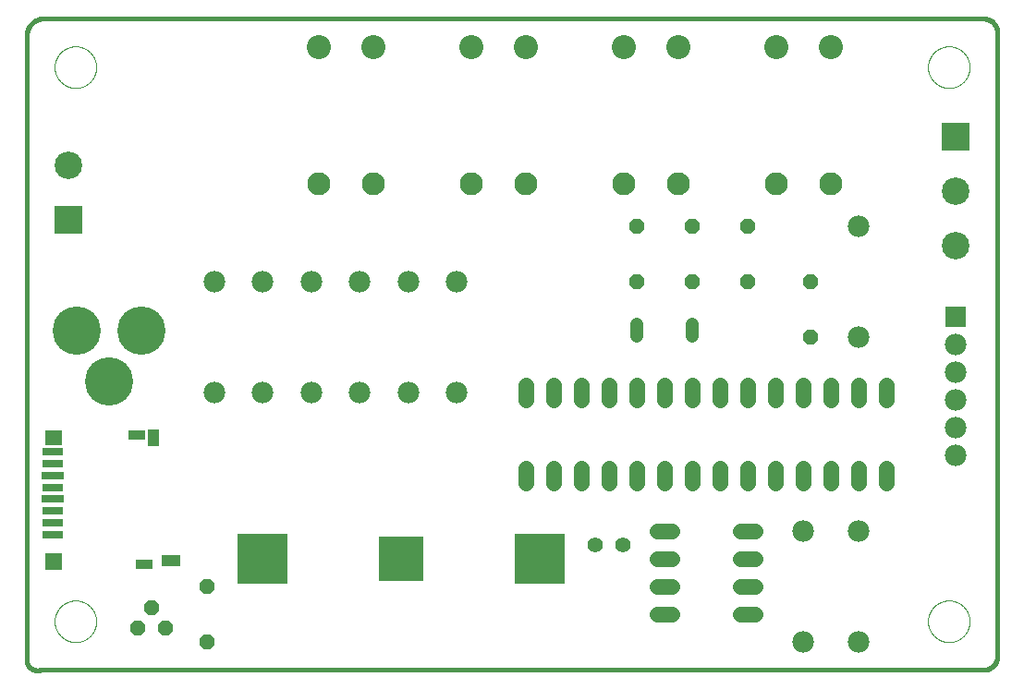
<source format=gts>
G75*
%MOIN*%
%OFA0B0*%
%FSLAX25Y25*%
%IPPOS*%
%LPD*%
%AMOC8*
5,1,8,0,0,1.08239X$1,22.5*
%
%ADD10C,0.00100*%
%ADD11C,0.01600*%
%ADD12C,0.05600*%
%ADD13C,0.04800*%
%ADD14OC8,0.05600*%
%ADD15C,0.17400*%
%ADD16R,0.16400X0.16400*%
%ADD17R,0.18400X0.18400*%
%ADD18C,0.05600*%
%ADD19C,0.07800*%
%ADD20C,0.08274*%
%ADD21C,0.08668*%
%ADD22R,0.09900X0.09900*%
%ADD23C,0.09900*%
%ADD24R,0.07800X0.07800*%
%ADD25R,0.06306X0.05912*%
%ADD26R,0.06306X0.05518*%
%ADD27R,0.07290X0.03156*%
%ADD28R,0.08400X0.03156*%
%ADD29R,0.06306X0.03550*%
%ADD30R,0.04337X0.05912*%
%ADD31R,0.05912X0.03550*%
%ADD32R,0.06502X0.04337*%
D10*
X0027500Y0019503D02*
X0027502Y0019687D01*
X0027509Y0019871D01*
X0027520Y0020055D01*
X0027536Y0020238D01*
X0027556Y0020421D01*
X0027581Y0020603D01*
X0027610Y0020785D01*
X0027644Y0020966D01*
X0027682Y0021146D01*
X0027725Y0021325D01*
X0027772Y0021503D01*
X0027823Y0021680D01*
X0027879Y0021856D01*
X0027938Y0022030D01*
X0028003Y0022202D01*
X0028071Y0022373D01*
X0028143Y0022542D01*
X0028220Y0022710D01*
X0028301Y0022875D01*
X0028386Y0023038D01*
X0028474Y0023200D01*
X0028567Y0023359D01*
X0028664Y0023515D01*
X0028764Y0023670D01*
X0028868Y0023822D01*
X0028976Y0023971D01*
X0029087Y0024117D01*
X0029202Y0024261D01*
X0029321Y0024402D01*
X0029443Y0024540D01*
X0029568Y0024675D01*
X0029697Y0024806D01*
X0029828Y0024935D01*
X0029963Y0025060D01*
X0030101Y0025182D01*
X0030242Y0025301D01*
X0030386Y0025416D01*
X0030532Y0025527D01*
X0030681Y0025635D01*
X0030833Y0025739D01*
X0030988Y0025839D01*
X0031144Y0025936D01*
X0031303Y0026029D01*
X0031465Y0026117D01*
X0031628Y0026202D01*
X0031793Y0026283D01*
X0031961Y0026360D01*
X0032130Y0026432D01*
X0032301Y0026500D01*
X0032473Y0026565D01*
X0032647Y0026624D01*
X0032823Y0026680D01*
X0033000Y0026731D01*
X0033178Y0026778D01*
X0033357Y0026821D01*
X0033537Y0026859D01*
X0033718Y0026893D01*
X0033900Y0026922D01*
X0034082Y0026947D01*
X0034265Y0026967D01*
X0034448Y0026983D01*
X0034632Y0026994D01*
X0034816Y0027001D01*
X0035000Y0027003D01*
X0035184Y0027001D01*
X0035368Y0026994D01*
X0035552Y0026983D01*
X0035735Y0026967D01*
X0035918Y0026947D01*
X0036100Y0026922D01*
X0036282Y0026893D01*
X0036463Y0026859D01*
X0036643Y0026821D01*
X0036822Y0026778D01*
X0037000Y0026731D01*
X0037177Y0026680D01*
X0037353Y0026624D01*
X0037527Y0026565D01*
X0037699Y0026500D01*
X0037870Y0026432D01*
X0038039Y0026360D01*
X0038207Y0026283D01*
X0038372Y0026202D01*
X0038535Y0026117D01*
X0038697Y0026029D01*
X0038856Y0025936D01*
X0039012Y0025839D01*
X0039167Y0025739D01*
X0039319Y0025635D01*
X0039468Y0025527D01*
X0039614Y0025416D01*
X0039758Y0025301D01*
X0039899Y0025182D01*
X0040037Y0025060D01*
X0040172Y0024935D01*
X0040303Y0024806D01*
X0040432Y0024675D01*
X0040557Y0024540D01*
X0040679Y0024402D01*
X0040798Y0024261D01*
X0040913Y0024117D01*
X0041024Y0023971D01*
X0041132Y0023822D01*
X0041236Y0023670D01*
X0041336Y0023515D01*
X0041433Y0023359D01*
X0041526Y0023200D01*
X0041614Y0023038D01*
X0041699Y0022875D01*
X0041780Y0022710D01*
X0041857Y0022542D01*
X0041929Y0022373D01*
X0041997Y0022202D01*
X0042062Y0022030D01*
X0042121Y0021856D01*
X0042177Y0021680D01*
X0042228Y0021503D01*
X0042275Y0021325D01*
X0042318Y0021146D01*
X0042356Y0020966D01*
X0042390Y0020785D01*
X0042419Y0020603D01*
X0042444Y0020421D01*
X0042464Y0020238D01*
X0042480Y0020055D01*
X0042491Y0019871D01*
X0042498Y0019687D01*
X0042500Y0019503D01*
X0042498Y0019319D01*
X0042491Y0019135D01*
X0042480Y0018951D01*
X0042464Y0018768D01*
X0042444Y0018585D01*
X0042419Y0018403D01*
X0042390Y0018221D01*
X0042356Y0018040D01*
X0042318Y0017860D01*
X0042275Y0017681D01*
X0042228Y0017503D01*
X0042177Y0017326D01*
X0042121Y0017150D01*
X0042062Y0016976D01*
X0041997Y0016804D01*
X0041929Y0016633D01*
X0041857Y0016464D01*
X0041780Y0016296D01*
X0041699Y0016131D01*
X0041614Y0015968D01*
X0041526Y0015806D01*
X0041433Y0015647D01*
X0041336Y0015491D01*
X0041236Y0015336D01*
X0041132Y0015184D01*
X0041024Y0015035D01*
X0040913Y0014889D01*
X0040798Y0014745D01*
X0040679Y0014604D01*
X0040557Y0014466D01*
X0040432Y0014331D01*
X0040303Y0014200D01*
X0040172Y0014071D01*
X0040037Y0013946D01*
X0039899Y0013824D01*
X0039758Y0013705D01*
X0039614Y0013590D01*
X0039468Y0013479D01*
X0039319Y0013371D01*
X0039167Y0013267D01*
X0039012Y0013167D01*
X0038856Y0013070D01*
X0038697Y0012977D01*
X0038535Y0012889D01*
X0038372Y0012804D01*
X0038207Y0012723D01*
X0038039Y0012646D01*
X0037870Y0012574D01*
X0037699Y0012506D01*
X0037527Y0012441D01*
X0037353Y0012382D01*
X0037177Y0012326D01*
X0037000Y0012275D01*
X0036822Y0012228D01*
X0036643Y0012185D01*
X0036463Y0012147D01*
X0036282Y0012113D01*
X0036100Y0012084D01*
X0035918Y0012059D01*
X0035735Y0012039D01*
X0035552Y0012023D01*
X0035368Y0012012D01*
X0035184Y0012005D01*
X0035000Y0012003D01*
X0034816Y0012005D01*
X0034632Y0012012D01*
X0034448Y0012023D01*
X0034265Y0012039D01*
X0034082Y0012059D01*
X0033900Y0012084D01*
X0033718Y0012113D01*
X0033537Y0012147D01*
X0033357Y0012185D01*
X0033178Y0012228D01*
X0033000Y0012275D01*
X0032823Y0012326D01*
X0032647Y0012382D01*
X0032473Y0012441D01*
X0032301Y0012506D01*
X0032130Y0012574D01*
X0031961Y0012646D01*
X0031793Y0012723D01*
X0031628Y0012804D01*
X0031465Y0012889D01*
X0031303Y0012977D01*
X0031144Y0013070D01*
X0030988Y0013167D01*
X0030833Y0013267D01*
X0030681Y0013371D01*
X0030532Y0013479D01*
X0030386Y0013590D01*
X0030242Y0013705D01*
X0030101Y0013824D01*
X0029963Y0013946D01*
X0029828Y0014071D01*
X0029697Y0014200D01*
X0029568Y0014331D01*
X0029443Y0014466D01*
X0029321Y0014604D01*
X0029202Y0014745D01*
X0029087Y0014889D01*
X0028976Y0015035D01*
X0028868Y0015184D01*
X0028764Y0015336D01*
X0028664Y0015491D01*
X0028567Y0015647D01*
X0028474Y0015806D01*
X0028386Y0015968D01*
X0028301Y0016131D01*
X0028220Y0016296D01*
X0028143Y0016464D01*
X0028071Y0016633D01*
X0028003Y0016804D01*
X0027938Y0016976D01*
X0027879Y0017150D01*
X0027823Y0017326D01*
X0027772Y0017503D01*
X0027725Y0017681D01*
X0027682Y0017860D01*
X0027644Y0018040D01*
X0027610Y0018221D01*
X0027581Y0018403D01*
X0027556Y0018585D01*
X0027536Y0018768D01*
X0027520Y0018951D01*
X0027509Y0019135D01*
X0027502Y0019319D01*
X0027500Y0019503D01*
X0027500Y0219503D02*
X0027502Y0219687D01*
X0027509Y0219871D01*
X0027520Y0220055D01*
X0027536Y0220238D01*
X0027556Y0220421D01*
X0027581Y0220603D01*
X0027610Y0220785D01*
X0027644Y0220966D01*
X0027682Y0221146D01*
X0027725Y0221325D01*
X0027772Y0221503D01*
X0027823Y0221680D01*
X0027879Y0221856D01*
X0027938Y0222030D01*
X0028003Y0222202D01*
X0028071Y0222373D01*
X0028143Y0222542D01*
X0028220Y0222710D01*
X0028301Y0222875D01*
X0028386Y0223038D01*
X0028474Y0223200D01*
X0028567Y0223359D01*
X0028664Y0223515D01*
X0028764Y0223670D01*
X0028868Y0223822D01*
X0028976Y0223971D01*
X0029087Y0224117D01*
X0029202Y0224261D01*
X0029321Y0224402D01*
X0029443Y0224540D01*
X0029568Y0224675D01*
X0029697Y0224806D01*
X0029828Y0224935D01*
X0029963Y0225060D01*
X0030101Y0225182D01*
X0030242Y0225301D01*
X0030386Y0225416D01*
X0030532Y0225527D01*
X0030681Y0225635D01*
X0030833Y0225739D01*
X0030988Y0225839D01*
X0031144Y0225936D01*
X0031303Y0226029D01*
X0031465Y0226117D01*
X0031628Y0226202D01*
X0031793Y0226283D01*
X0031961Y0226360D01*
X0032130Y0226432D01*
X0032301Y0226500D01*
X0032473Y0226565D01*
X0032647Y0226624D01*
X0032823Y0226680D01*
X0033000Y0226731D01*
X0033178Y0226778D01*
X0033357Y0226821D01*
X0033537Y0226859D01*
X0033718Y0226893D01*
X0033900Y0226922D01*
X0034082Y0226947D01*
X0034265Y0226967D01*
X0034448Y0226983D01*
X0034632Y0226994D01*
X0034816Y0227001D01*
X0035000Y0227003D01*
X0035184Y0227001D01*
X0035368Y0226994D01*
X0035552Y0226983D01*
X0035735Y0226967D01*
X0035918Y0226947D01*
X0036100Y0226922D01*
X0036282Y0226893D01*
X0036463Y0226859D01*
X0036643Y0226821D01*
X0036822Y0226778D01*
X0037000Y0226731D01*
X0037177Y0226680D01*
X0037353Y0226624D01*
X0037527Y0226565D01*
X0037699Y0226500D01*
X0037870Y0226432D01*
X0038039Y0226360D01*
X0038207Y0226283D01*
X0038372Y0226202D01*
X0038535Y0226117D01*
X0038697Y0226029D01*
X0038856Y0225936D01*
X0039012Y0225839D01*
X0039167Y0225739D01*
X0039319Y0225635D01*
X0039468Y0225527D01*
X0039614Y0225416D01*
X0039758Y0225301D01*
X0039899Y0225182D01*
X0040037Y0225060D01*
X0040172Y0224935D01*
X0040303Y0224806D01*
X0040432Y0224675D01*
X0040557Y0224540D01*
X0040679Y0224402D01*
X0040798Y0224261D01*
X0040913Y0224117D01*
X0041024Y0223971D01*
X0041132Y0223822D01*
X0041236Y0223670D01*
X0041336Y0223515D01*
X0041433Y0223359D01*
X0041526Y0223200D01*
X0041614Y0223038D01*
X0041699Y0222875D01*
X0041780Y0222710D01*
X0041857Y0222542D01*
X0041929Y0222373D01*
X0041997Y0222202D01*
X0042062Y0222030D01*
X0042121Y0221856D01*
X0042177Y0221680D01*
X0042228Y0221503D01*
X0042275Y0221325D01*
X0042318Y0221146D01*
X0042356Y0220966D01*
X0042390Y0220785D01*
X0042419Y0220603D01*
X0042444Y0220421D01*
X0042464Y0220238D01*
X0042480Y0220055D01*
X0042491Y0219871D01*
X0042498Y0219687D01*
X0042500Y0219503D01*
X0042498Y0219319D01*
X0042491Y0219135D01*
X0042480Y0218951D01*
X0042464Y0218768D01*
X0042444Y0218585D01*
X0042419Y0218403D01*
X0042390Y0218221D01*
X0042356Y0218040D01*
X0042318Y0217860D01*
X0042275Y0217681D01*
X0042228Y0217503D01*
X0042177Y0217326D01*
X0042121Y0217150D01*
X0042062Y0216976D01*
X0041997Y0216804D01*
X0041929Y0216633D01*
X0041857Y0216464D01*
X0041780Y0216296D01*
X0041699Y0216131D01*
X0041614Y0215968D01*
X0041526Y0215806D01*
X0041433Y0215647D01*
X0041336Y0215491D01*
X0041236Y0215336D01*
X0041132Y0215184D01*
X0041024Y0215035D01*
X0040913Y0214889D01*
X0040798Y0214745D01*
X0040679Y0214604D01*
X0040557Y0214466D01*
X0040432Y0214331D01*
X0040303Y0214200D01*
X0040172Y0214071D01*
X0040037Y0213946D01*
X0039899Y0213824D01*
X0039758Y0213705D01*
X0039614Y0213590D01*
X0039468Y0213479D01*
X0039319Y0213371D01*
X0039167Y0213267D01*
X0039012Y0213167D01*
X0038856Y0213070D01*
X0038697Y0212977D01*
X0038535Y0212889D01*
X0038372Y0212804D01*
X0038207Y0212723D01*
X0038039Y0212646D01*
X0037870Y0212574D01*
X0037699Y0212506D01*
X0037527Y0212441D01*
X0037353Y0212382D01*
X0037177Y0212326D01*
X0037000Y0212275D01*
X0036822Y0212228D01*
X0036643Y0212185D01*
X0036463Y0212147D01*
X0036282Y0212113D01*
X0036100Y0212084D01*
X0035918Y0212059D01*
X0035735Y0212039D01*
X0035552Y0212023D01*
X0035368Y0212012D01*
X0035184Y0212005D01*
X0035000Y0212003D01*
X0034816Y0212005D01*
X0034632Y0212012D01*
X0034448Y0212023D01*
X0034265Y0212039D01*
X0034082Y0212059D01*
X0033900Y0212084D01*
X0033718Y0212113D01*
X0033537Y0212147D01*
X0033357Y0212185D01*
X0033178Y0212228D01*
X0033000Y0212275D01*
X0032823Y0212326D01*
X0032647Y0212382D01*
X0032473Y0212441D01*
X0032301Y0212506D01*
X0032130Y0212574D01*
X0031961Y0212646D01*
X0031793Y0212723D01*
X0031628Y0212804D01*
X0031465Y0212889D01*
X0031303Y0212977D01*
X0031144Y0213070D01*
X0030988Y0213167D01*
X0030833Y0213267D01*
X0030681Y0213371D01*
X0030532Y0213479D01*
X0030386Y0213590D01*
X0030242Y0213705D01*
X0030101Y0213824D01*
X0029963Y0213946D01*
X0029828Y0214071D01*
X0029697Y0214200D01*
X0029568Y0214331D01*
X0029443Y0214466D01*
X0029321Y0214604D01*
X0029202Y0214745D01*
X0029087Y0214889D01*
X0028976Y0215035D01*
X0028868Y0215184D01*
X0028764Y0215336D01*
X0028664Y0215491D01*
X0028567Y0215647D01*
X0028474Y0215806D01*
X0028386Y0215968D01*
X0028301Y0216131D01*
X0028220Y0216296D01*
X0028143Y0216464D01*
X0028071Y0216633D01*
X0028003Y0216804D01*
X0027938Y0216976D01*
X0027879Y0217150D01*
X0027823Y0217326D01*
X0027772Y0217503D01*
X0027725Y0217681D01*
X0027682Y0217860D01*
X0027644Y0218040D01*
X0027610Y0218221D01*
X0027581Y0218403D01*
X0027556Y0218585D01*
X0027536Y0218768D01*
X0027520Y0218951D01*
X0027509Y0219135D01*
X0027502Y0219319D01*
X0027500Y0219503D01*
X0342500Y0219503D02*
X0342502Y0219687D01*
X0342509Y0219871D01*
X0342520Y0220055D01*
X0342536Y0220238D01*
X0342556Y0220421D01*
X0342581Y0220603D01*
X0342610Y0220785D01*
X0342644Y0220966D01*
X0342682Y0221146D01*
X0342725Y0221325D01*
X0342772Y0221503D01*
X0342823Y0221680D01*
X0342879Y0221856D01*
X0342938Y0222030D01*
X0343003Y0222202D01*
X0343071Y0222373D01*
X0343143Y0222542D01*
X0343220Y0222710D01*
X0343301Y0222875D01*
X0343386Y0223038D01*
X0343474Y0223200D01*
X0343567Y0223359D01*
X0343664Y0223515D01*
X0343764Y0223670D01*
X0343868Y0223822D01*
X0343976Y0223971D01*
X0344087Y0224117D01*
X0344202Y0224261D01*
X0344321Y0224402D01*
X0344443Y0224540D01*
X0344568Y0224675D01*
X0344697Y0224806D01*
X0344828Y0224935D01*
X0344963Y0225060D01*
X0345101Y0225182D01*
X0345242Y0225301D01*
X0345386Y0225416D01*
X0345532Y0225527D01*
X0345681Y0225635D01*
X0345833Y0225739D01*
X0345988Y0225839D01*
X0346144Y0225936D01*
X0346303Y0226029D01*
X0346465Y0226117D01*
X0346628Y0226202D01*
X0346793Y0226283D01*
X0346961Y0226360D01*
X0347130Y0226432D01*
X0347301Y0226500D01*
X0347473Y0226565D01*
X0347647Y0226624D01*
X0347823Y0226680D01*
X0348000Y0226731D01*
X0348178Y0226778D01*
X0348357Y0226821D01*
X0348537Y0226859D01*
X0348718Y0226893D01*
X0348900Y0226922D01*
X0349082Y0226947D01*
X0349265Y0226967D01*
X0349448Y0226983D01*
X0349632Y0226994D01*
X0349816Y0227001D01*
X0350000Y0227003D01*
X0350184Y0227001D01*
X0350368Y0226994D01*
X0350552Y0226983D01*
X0350735Y0226967D01*
X0350918Y0226947D01*
X0351100Y0226922D01*
X0351282Y0226893D01*
X0351463Y0226859D01*
X0351643Y0226821D01*
X0351822Y0226778D01*
X0352000Y0226731D01*
X0352177Y0226680D01*
X0352353Y0226624D01*
X0352527Y0226565D01*
X0352699Y0226500D01*
X0352870Y0226432D01*
X0353039Y0226360D01*
X0353207Y0226283D01*
X0353372Y0226202D01*
X0353535Y0226117D01*
X0353697Y0226029D01*
X0353856Y0225936D01*
X0354012Y0225839D01*
X0354167Y0225739D01*
X0354319Y0225635D01*
X0354468Y0225527D01*
X0354614Y0225416D01*
X0354758Y0225301D01*
X0354899Y0225182D01*
X0355037Y0225060D01*
X0355172Y0224935D01*
X0355303Y0224806D01*
X0355432Y0224675D01*
X0355557Y0224540D01*
X0355679Y0224402D01*
X0355798Y0224261D01*
X0355913Y0224117D01*
X0356024Y0223971D01*
X0356132Y0223822D01*
X0356236Y0223670D01*
X0356336Y0223515D01*
X0356433Y0223359D01*
X0356526Y0223200D01*
X0356614Y0223038D01*
X0356699Y0222875D01*
X0356780Y0222710D01*
X0356857Y0222542D01*
X0356929Y0222373D01*
X0356997Y0222202D01*
X0357062Y0222030D01*
X0357121Y0221856D01*
X0357177Y0221680D01*
X0357228Y0221503D01*
X0357275Y0221325D01*
X0357318Y0221146D01*
X0357356Y0220966D01*
X0357390Y0220785D01*
X0357419Y0220603D01*
X0357444Y0220421D01*
X0357464Y0220238D01*
X0357480Y0220055D01*
X0357491Y0219871D01*
X0357498Y0219687D01*
X0357500Y0219503D01*
X0357498Y0219319D01*
X0357491Y0219135D01*
X0357480Y0218951D01*
X0357464Y0218768D01*
X0357444Y0218585D01*
X0357419Y0218403D01*
X0357390Y0218221D01*
X0357356Y0218040D01*
X0357318Y0217860D01*
X0357275Y0217681D01*
X0357228Y0217503D01*
X0357177Y0217326D01*
X0357121Y0217150D01*
X0357062Y0216976D01*
X0356997Y0216804D01*
X0356929Y0216633D01*
X0356857Y0216464D01*
X0356780Y0216296D01*
X0356699Y0216131D01*
X0356614Y0215968D01*
X0356526Y0215806D01*
X0356433Y0215647D01*
X0356336Y0215491D01*
X0356236Y0215336D01*
X0356132Y0215184D01*
X0356024Y0215035D01*
X0355913Y0214889D01*
X0355798Y0214745D01*
X0355679Y0214604D01*
X0355557Y0214466D01*
X0355432Y0214331D01*
X0355303Y0214200D01*
X0355172Y0214071D01*
X0355037Y0213946D01*
X0354899Y0213824D01*
X0354758Y0213705D01*
X0354614Y0213590D01*
X0354468Y0213479D01*
X0354319Y0213371D01*
X0354167Y0213267D01*
X0354012Y0213167D01*
X0353856Y0213070D01*
X0353697Y0212977D01*
X0353535Y0212889D01*
X0353372Y0212804D01*
X0353207Y0212723D01*
X0353039Y0212646D01*
X0352870Y0212574D01*
X0352699Y0212506D01*
X0352527Y0212441D01*
X0352353Y0212382D01*
X0352177Y0212326D01*
X0352000Y0212275D01*
X0351822Y0212228D01*
X0351643Y0212185D01*
X0351463Y0212147D01*
X0351282Y0212113D01*
X0351100Y0212084D01*
X0350918Y0212059D01*
X0350735Y0212039D01*
X0350552Y0212023D01*
X0350368Y0212012D01*
X0350184Y0212005D01*
X0350000Y0212003D01*
X0349816Y0212005D01*
X0349632Y0212012D01*
X0349448Y0212023D01*
X0349265Y0212039D01*
X0349082Y0212059D01*
X0348900Y0212084D01*
X0348718Y0212113D01*
X0348537Y0212147D01*
X0348357Y0212185D01*
X0348178Y0212228D01*
X0348000Y0212275D01*
X0347823Y0212326D01*
X0347647Y0212382D01*
X0347473Y0212441D01*
X0347301Y0212506D01*
X0347130Y0212574D01*
X0346961Y0212646D01*
X0346793Y0212723D01*
X0346628Y0212804D01*
X0346465Y0212889D01*
X0346303Y0212977D01*
X0346144Y0213070D01*
X0345988Y0213167D01*
X0345833Y0213267D01*
X0345681Y0213371D01*
X0345532Y0213479D01*
X0345386Y0213590D01*
X0345242Y0213705D01*
X0345101Y0213824D01*
X0344963Y0213946D01*
X0344828Y0214071D01*
X0344697Y0214200D01*
X0344568Y0214331D01*
X0344443Y0214466D01*
X0344321Y0214604D01*
X0344202Y0214745D01*
X0344087Y0214889D01*
X0343976Y0215035D01*
X0343868Y0215184D01*
X0343764Y0215336D01*
X0343664Y0215491D01*
X0343567Y0215647D01*
X0343474Y0215806D01*
X0343386Y0215968D01*
X0343301Y0216131D01*
X0343220Y0216296D01*
X0343143Y0216464D01*
X0343071Y0216633D01*
X0343003Y0216804D01*
X0342938Y0216976D01*
X0342879Y0217150D01*
X0342823Y0217326D01*
X0342772Y0217503D01*
X0342725Y0217681D01*
X0342682Y0217860D01*
X0342644Y0218040D01*
X0342610Y0218221D01*
X0342581Y0218403D01*
X0342556Y0218585D01*
X0342536Y0218768D01*
X0342520Y0218951D01*
X0342509Y0219135D01*
X0342502Y0219319D01*
X0342500Y0219503D01*
X0342500Y0019503D02*
X0342502Y0019687D01*
X0342509Y0019871D01*
X0342520Y0020055D01*
X0342536Y0020238D01*
X0342556Y0020421D01*
X0342581Y0020603D01*
X0342610Y0020785D01*
X0342644Y0020966D01*
X0342682Y0021146D01*
X0342725Y0021325D01*
X0342772Y0021503D01*
X0342823Y0021680D01*
X0342879Y0021856D01*
X0342938Y0022030D01*
X0343003Y0022202D01*
X0343071Y0022373D01*
X0343143Y0022542D01*
X0343220Y0022710D01*
X0343301Y0022875D01*
X0343386Y0023038D01*
X0343474Y0023200D01*
X0343567Y0023359D01*
X0343664Y0023515D01*
X0343764Y0023670D01*
X0343868Y0023822D01*
X0343976Y0023971D01*
X0344087Y0024117D01*
X0344202Y0024261D01*
X0344321Y0024402D01*
X0344443Y0024540D01*
X0344568Y0024675D01*
X0344697Y0024806D01*
X0344828Y0024935D01*
X0344963Y0025060D01*
X0345101Y0025182D01*
X0345242Y0025301D01*
X0345386Y0025416D01*
X0345532Y0025527D01*
X0345681Y0025635D01*
X0345833Y0025739D01*
X0345988Y0025839D01*
X0346144Y0025936D01*
X0346303Y0026029D01*
X0346465Y0026117D01*
X0346628Y0026202D01*
X0346793Y0026283D01*
X0346961Y0026360D01*
X0347130Y0026432D01*
X0347301Y0026500D01*
X0347473Y0026565D01*
X0347647Y0026624D01*
X0347823Y0026680D01*
X0348000Y0026731D01*
X0348178Y0026778D01*
X0348357Y0026821D01*
X0348537Y0026859D01*
X0348718Y0026893D01*
X0348900Y0026922D01*
X0349082Y0026947D01*
X0349265Y0026967D01*
X0349448Y0026983D01*
X0349632Y0026994D01*
X0349816Y0027001D01*
X0350000Y0027003D01*
X0350184Y0027001D01*
X0350368Y0026994D01*
X0350552Y0026983D01*
X0350735Y0026967D01*
X0350918Y0026947D01*
X0351100Y0026922D01*
X0351282Y0026893D01*
X0351463Y0026859D01*
X0351643Y0026821D01*
X0351822Y0026778D01*
X0352000Y0026731D01*
X0352177Y0026680D01*
X0352353Y0026624D01*
X0352527Y0026565D01*
X0352699Y0026500D01*
X0352870Y0026432D01*
X0353039Y0026360D01*
X0353207Y0026283D01*
X0353372Y0026202D01*
X0353535Y0026117D01*
X0353697Y0026029D01*
X0353856Y0025936D01*
X0354012Y0025839D01*
X0354167Y0025739D01*
X0354319Y0025635D01*
X0354468Y0025527D01*
X0354614Y0025416D01*
X0354758Y0025301D01*
X0354899Y0025182D01*
X0355037Y0025060D01*
X0355172Y0024935D01*
X0355303Y0024806D01*
X0355432Y0024675D01*
X0355557Y0024540D01*
X0355679Y0024402D01*
X0355798Y0024261D01*
X0355913Y0024117D01*
X0356024Y0023971D01*
X0356132Y0023822D01*
X0356236Y0023670D01*
X0356336Y0023515D01*
X0356433Y0023359D01*
X0356526Y0023200D01*
X0356614Y0023038D01*
X0356699Y0022875D01*
X0356780Y0022710D01*
X0356857Y0022542D01*
X0356929Y0022373D01*
X0356997Y0022202D01*
X0357062Y0022030D01*
X0357121Y0021856D01*
X0357177Y0021680D01*
X0357228Y0021503D01*
X0357275Y0021325D01*
X0357318Y0021146D01*
X0357356Y0020966D01*
X0357390Y0020785D01*
X0357419Y0020603D01*
X0357444Y0020421D01*
X0357464Y0020238D01*
X0357480Y0020055D01*
X0357491Y0019871D01*
X0357498Y0019687D01*
X0357500Y0019503D01*
X0357498Y0019319D01*
X0357491Y0019135D01*
X0357480Y0018951D01*
X0357464Y0018768D01*
X0357444Y0018585D01*
X0357419Y0018403D01*
X0357390Y0018221D01*
X0357356Y0018040D01*
X0357318Y0017860D01*
X0357275Y0017681D01*
X0357228Y0017503D01*
X0357177Y0017326D01*
X0357121Y0017150D01*
X0357062Y0016976D01*
X0356997Y0016804D01*
X0356929Y0016633D01*
X0356857Y0016464D01*
X0356780Y0016296D01*
X0356699Y0016131D01*
X0356614Y0015968D01*
X0356526Y0015806D01*
X0356433Y0015647D01*
X0356336Y0015491D01*
X0356236Y0015336D01*
X0356132Y0015184D01*
X0356024Y0015035D01*
X0355913Y0014889D01*
X0355798Y0014745D01*
X0355679Y0014604D01*
X0355557Y0014466D01*
X0355432Y0014331D01*
X0355303Y0014200D01*
X0355172Y0014071D01*
X0355037Y0013946D01*
X0354899Y0013824D01*
X0354758Y0013705D01*
X0354614Y0013590D01*
X0354468Y0013479D01*
X0354319Y0013371D01*
X0354167Y0013267D01*
X0354012Y0013167D01*
X0353856Y0013070D01*
X0353697Y0012977D01*
X0353535Y0012889D01*
X0353372Y0012804D01*
X0353207Y0012723D01*
X0353039Y0012646D01*
X0352870Y0012574D01*
X0352699Y0012506D01*
X0352527Y0012441D01*
X0352353Y0012382D01*
X0352177Y0012326D01*
X0352000Y0012275D01*
X0351822Y0012228D01*
X0351643Y0012185D01*
X0351463Y0012147D01*
X0351282Y0012113D01*
X0351100Y0012084D01*
X0350918Y0012059D01*
X0350735Y0012039D01*
X0350552Y0012023D01*
X0350368Y0012012D01*
X0350184Y0012005D01*
X0350000Y0012003D01*
X0349816Y0012005D01*
X0349632Y0012012D01*
X0349448Y0012023D01*
X0349265Y0012039D01*
X0349082Y0012059D01*
X0348900Y0012084D01*
X0348718Y0012113D01*
X0348537Y0012147D01*
X0348357Y0012185D01*
X0348178Y0012228D01*
X0348000Y0012275D01*
X0347823Y0012326D01*
X0347647Y0012382D01*
X0347473Y0012441D01*
X0347301Y0012506D01*
X0347130Y0012574D01*
X0346961Y0012646D01*
X0346793Y0012723D01*
X0346628Y0012804D01*
X0346465Y0012889D01*
X0346303Y0012977D01*
X0346144Y0013070D01*
X0345988Y0013167D01*
X0345833Y0013267D01*
X0345681Y0013371D01*
X0345532Y0013479D01*
X0345386Y0013590D01*
X0345242Y0013705D01*
X0345101Y0013824D01*
X0344963Y0013946D01*
X0344828Y0014071D01*
X0344697Y0014200D01*
X0344568Y0014331D01*
X0344443Y0014466D01*
X0344321Y0014604D01*
X0344202Y0014745D01*
X0344087Y0014889D01*
X0343976Y0015035D01*
X0343868Y0015184D01*
X0343764Y0015336D01*
X0343664Y0015491D01*
X0343567Y0015647D01*
X0343474Y0015806D01*
X0343386Y0015968D01*
X0343301Y0016131D01*
X0343220Y0016296D01*
X0343143Y0016464D01*
X0343071Y0016633D01*
X0343003Y0016804D01*
X0342938Y0016976D01*
X0342879Y0017150D01*
X0342823Y0017326D01*
X0342772Y0017503D01*
X0342725Y0017681D01*
X0342682Y0017860D01*
X0342644Y0018040D01*
X0342610Y0018221D01*
X0342581Y0018403D01*
X0342556Y0018585D01*
X0342536Y0018768D01*
X0342520Y0018951D01*
X0342509Y0019135D01*
X0342502Y0019319D01*
X0342500Y0019503D01*
D11*
X0017500Y0004503D02*
X0017500Y0229503D01*
X0017471Y0229659D01*
X0017445Y0229816D01*
X0017424Y0229974D01*
X0017406Y0230131D01*
X0017393Y0230290D01*
X0017383Y0230448D01*
X0017378Y0230607D01*
X0017376Y0230766D01*
X0017378Y0230925D01*
X0017385Y0231084D01*
X0017395Y0231242D01*
X0017409Y0231401D01*
X0017427Y0231559D01*
X0017449Y0231716D01*
X0017475Y0231873D01*
X0017505Y0232029D01*
X0017539Y0232184D01*
X0017576Y0232339D01*
X0017618Y0232492D01*
X0017663Y0232644D01*
X0017712Y0232796D01*
X0017765Y0232945D01*
X0017821Y0233094D01*
X0017882Y0233241D01*
X0017946Y0233387D01*
X0018013Y0233530D01*
X0018084Y0233673D01*
X0018159Y0233813D01*
X0018237Y0233951D01*
X0018318Y0234088D01*
X0018403Y0234222D01*
X0018491Y0234354D01*
X0018582Y0234484D01*
X0018677Y0234612D01*
X0018775Y0234737D01*
X0018876Y0234860D01*
X0018980Y0234980D01*
X0019087Y0235098D01*
X0019196Y0235213D01*
X0019309Y0235325D01*
X0019424Y0235434D01*
X0019542Y0235541D01*
X0019663Y0235644D01*
X0019786Y0235745D01*
X0019912Y0235842D01*
X0020040Y0235936D01*
X0020170Y0236027D01*
X0020303Y0236114D01*
X0020438Y0236199D01*
X0020574Y0236280D01*
X0020713Y0236357D01*
X0020854Y0236431D01*
X0020996Y0236501D01*
X0021140Y0236568D01*
X0021286Y0236632D01*
X0021434Y0236691D01*
X0021582Y0236747D01*
X0021732Y0236799D01*
X0021884Y0236848D01*
X0022036Y0236892D01*
X0022190Y0236933D01*
X0022345Y0236970D01*
X0022500Y0237003D01*
X0362500Y0237003D01*
X0362640Y0237001D01*
X0362780Y0236995D01*
X0362920Y0236985D01*
X0363060Y0236972D01*
X0363199Y0236954D01*
X0363338Y0236932D01*
X0363475Y0236907D01*
X0363613Y0236878D01*
X0363749Y0236845D01*
X0363884Y0236808D01*
X0364018Y0236767D01*
X0364151Y0236722D01*
X0364283Y0236674D01*
X0364413Y0236622D01*
X0364542Y0236567D01*
X0364669Y0236508D01*
X0364795Y0236445D01*
X0364919Y0236379D01*
X0365040Y0236310D01*
X0365160Y0236237D01*
X0365278Y0236160D01*
X0365393Y0236081D01*
X0365507Y0235998D01*
X0365617Y0235912D01*
X0365726Y0235823D01*
X0365832Y0235731D01*
X0365935Y0235636D01*
X0366036Y0235539D01*
X0366133Y0235438D01*
X0366228Y0235335D01*
X0366320Y0235229D01*
X0366409Y0235120D01*
X0366495Y0235010D01*
X0366578Y0234896D01*
X0366657Y0234781D01*
X0366734Y0234663D01*
X0366807Y0234543D01*
X0366876Y0234422D01*
X0366942Y0234298D01*
X0367005Y0234172D01*
X0367064Y0234045D01*
X0367119Y0233916D01*
X0367171Y0233786D01*
X0367219Y0233654D01*
X0367264Y0233521D01*
X0367305Y0233387D01*
X0367342Y0233252D01*
X0367375Y0233116D01*
X0367404Y0232978D01*
X0367429Y0232841D01*
X0367451Y0232702D01*
X0367469Y0232563D01*
X0367482Y0232423D01*
X0367492Y0232283D01*
X0367498Y0232143D01*
X0367500Y0232003D01*
X0367500Y0007003D01*
X0367498Y0006863D01*
X0367492Y0006723D01*
X0367482Y0006583D01*
X0367469Y0006443D01*
X0367451Y0006304D01*
X0367429Y0006165D01*
X0367404Y0006028D01*
X0367375Y0005890D01*
X0367342Y0005754D01*
X0367305Y0005619D01*
X0367264Y0005485D01*
X0367219Y0005352D01*
X0367171Y0005220D01*
X0367119Y0005090D01*
X0367064Y0004961D01*
X0367005Y0004834D01*
X0366942Y0004708D01*
X0366876Y0004584D01*
X0366807Y0004463D01*
X0366734Y0004343D01*
X0366657Y0004225D01*
X0366578Y0004110D01*
X0366495Y0003996D01*
X0366409Y0003886D01*
X0366320Y0003777D01*
X0366228Y0003671D01*
X0366133Y0003568D01*
X0366036Y0003467D01*
X0365935Y0003370D01*
X0365832Y0003275D01*
X0365726Y0003183D01*
X0365617Y0003094D01*
X0365507Y0003008D01*
X0365393Y0002925D01*
X0365278Y0002846D01*
X0365160Y0002769D01*
X0365040Y0002696D01*
X0364919Y0002627D01*
X0364795Y0002561D01*
X0364669Y0002498D01*
X0364542Y0002439D01*
X0364413Y0002384D01*
X0364283Y0002332D01*
X0364151Y0002284D01*
X0364018Y0002239D01*
X0363884Y0002198D01*
X0363749Y0002161D01*
X0363613Y0002128D01*
X0363475Y0002099D01*
X0363338Y0002074D01*
X0363199Y0002052D01*
X0363060Y0002034D01*
X0362920Y0002021D01*
X0362780Y0002011D01*
X0362640Y0002005D01*
X0362500Y0002003D01*
X0022500Y0002003D01*
X0022382Y0001965D01*
X0022262Y0001932D01*
X0022142Y0001902D01*
X0022020Y0001876D01*
X0021898Y0001853D01*
X0021775Y0001835D01*
X0021652Y0001820D01*
X0021528Y0001810D01*
X0021404Y0001803D01*
X0021280Y0001800D01*
X0021156Y0001801D01*
X0021032Y0001806D01*
X0020908Y0001815D01*
X0020784Y0001828D01*
X0020661Y0001844D01*
X0020539Y0001865D01*
X0020417Y0001889D01*
X0020296Y0001917D01*
X0020176Y0001949D01*
X0020057Y0001984D01*
X0019939Y0002024D01*
X0019823Y0002067D01*
X0019708Y0002113D01*
X0019594Y0002164D01*
X0019482Y0002217D01*
X0019372Y0002275D01*
X0019264Y0002335D01*
X0019157Y0002399D01*
X0019053Y0002467D01*
X0018951Y0002537D01*
X0018851Y0002611D01*
X0018753Y0002688D01*
X0018658Y0002768D01*
X0018566Y0002851D01*
X0018476Y0002937D01*
X0018389Y0003025D01*
X0018305Y0003116D01*
X0018223Y0003210D01*
X0018145Y0003307D01*
X0018070Y0003405D01*
X0017998Y0003506D01*
X0017929Y0003610D01*
X0017863Y0003715D01*
X0017801Y0003822D01*
X0017742Y0003932D01*
X0017686Y0004043D01*
X0017634Y0004156D01*
X0017586Y0004270D01*
X0017541Y0004386D01*
X0017500Y0004503D01*
D12*
X0197500Y0069403D02*
X0197500Y0074603D01*
X0207500Y0074603D02*
X0207500Y0069403D01*
X0217500Y0069403D02*
X0217500Y0074603D01*
X0227500Y0074603D02*
X0227500Y0069403D01*
X0237500Y0069403D02*
X0237500Y0074603D01*
X0247500Y0074603D02*
X0247500Y0069403D01*
X0257500Y0069403D02*
X0257500Y0074603D01*
X0267500Y0074603D02*
X0267500Y0069403D01*
X0277500Y0069403D02*
X0277500Y0074603D01*
X0287500Y0074603D02*
X0287500Y0069403D01*
X0297500Y0069403D02*
X0297500Y0074603D01*
X0307500Y0074603D02*
X0307500Y0069403D01*
X0317500Y0069403D02*
X0317500Y0074603D01*
X0327500Y0074603D02*
X0327500Y0069403D01*
X0327500Y0099403D02*
X0327500Y0104603D01*
X0317500Y0104603D02*
X0317500Y0099403D01*
X0307500Y0099403D02*
X0307500Y0104603D01*
X0297500Y0104603D02*
X0297500Y0099403D01*
X0287500Y0099403D02*
X0287500Y0104603D01*
X0277500Y0104603D02*
X0277500Y0099403D01*
X0267500Y0099403D02*
X0267500Y0104603D01*
X0257500Y0104603D02*
X0257500Y0099403D01*
X0247500Y0099403D02*
X0247500Y0104603D01*
X0237500Y0104603D02*
X0237500Y0099403D01*
X0227500Y0099403D02*
X0227500Y0104603D01*
X0217500Y0104603D02*
X0217500Y0099403D01*
X0207500Y0099403D02*
X0207500Y0104603D01*
X0197500Y0104603D02*
X0197500Y0099403D01*
X0244900Y0052003D02*
X0250100Y0052003D01*
X0250100Y0042003D02*
X0244900Y0042003D01*
X0244900Y0032003D02*
X0250100Y0032003D01*
X0250100Y0022003D02*
X0244900Y0022003D01*
X0274900Y0022003D02*
X0280100Y0022003D01*
X0280100Y0032003D02*
X0274900Y0032003D01*
X0274900Y0042003D02*
X0280100Y0042003D01*
X0280100Y0052003D02*
X0274900Y0052003D01*
D13*
X0257500Y0122303D02*
X0257500Y0126703D01*
X0237500Y0126703D02*
X0237500Y0122303D01*
D14*
X0237500Y0142003D03*
X0257500Y0142003D03*
X0277500Y0142003D03*
X0300000Y0142003D03*
X0300000Y0122003D03*
X0277500Y0162003D03*
X0257500Y0162003D03*
X0237500Y0162003D03*
X0082500Y0032003D03*
X0067500Y0017003D03*
X0062500Y0024503D03*
X0057500Y0017003D03*
X0082500Y0012003D03*
D15*
X0047126Y0105999D03*
X0058937Y0124503D03*
X0035315Y0124503D03*
D16*
X0152500Y0042003D03*
D17*
X0202500Y0042003D03*
X0102500Y0042003D03*
D18*
X0222500Y0047003D03*
X0232500Y0047003D03*
D19*
X0297500Y0052003D03*
X0317500Y0052003D03*
X0352500Y0079503D03*
X0352500Y0089503D03*
X0352500Y0099503D03*
X0352500Y0109503D03*
X0352500Y0119503D03*
X0317500Y0122003D03*
X0317500Y0162003D03*
X0172500Y0142003D03*
X0155000Y0142003D03*
X0137500Y0142003D03*
X0120000Y0142003D03*
X0102500Y0142003D03*
X0085000Y0142003D03*
X0085000Y0102003D03*
X0102500Y0102003D03*
X0120000Y0102003D03*
X0137500Y0102003D03*
X0155000Y0102003D03*
X0172500Y0102003D03*
X0297500Y0012003D03*
X0317500Y0012003D03*
D20*
X0307343Y0177397D03*
X0287657Y0177397D03*
X0252343Y0177397D03*
X0232657Y0177397D03*
X0197343Y0177397D03*
X0177657Y0177397D03*
X0142343Y0177397D03*
X0122657Y0177397D03*
D21*
X0122657Y0226609D03*
X0142343Y0226609D03*
X0177657Y0226609D03*
X0197343Y0226609D03*
X0232657Y0226609D03*
X0252343Y0226609D03*
X0287657Y0226609D03*
X0307343Y0226609D03*
D22*
X0352500Y0194503D03*
X0032500Y0164503D03*
D23*
X0032500Y0184188D03*
X0352500Y0174818D03*
X0352500Y0155133D03*
D24*
X0352500Y0129503D03*
D25*
X0027165Y0041137D03*
D26*
X0027165Y0085625D03*
D27*
X0026772Y0080704D03*
X0026772Y0076570D03*
X0026772Y0067908D03*
X0026772Y0059247D03*
X0026772Y0054916D03*
X0026772Y0050586D03*
D28*
X0026772Y0063578D03*
X0026772Y0072239D03*
D29*
X0057087Y0086806D03*
D30*
X0062992Y0085625D03*
D31*
X0059646Y0039956D03*
D32*
X0069291Y0041334D03*
M02*

</source>
